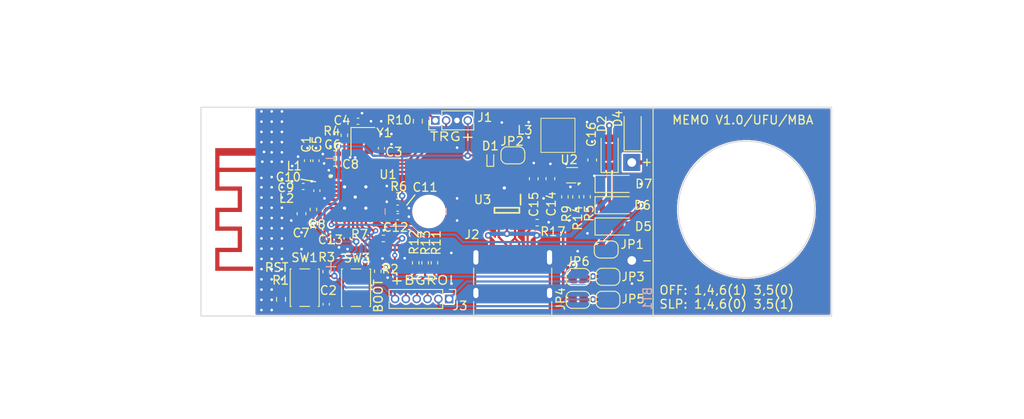
<source format=kicad_pcb>
(kicad_pcb (version 20240108) (generator "pcbnew") (generator_version "8.0")
  (layers (0 "F.Cu" signal) (1 "In1.Cu" signal) (2 "In2.Cu" signal) (31 "B.Cu" signal) (34 "B.Paste" user) (35 "F.Paste" user) (36 "B.SilkS" user "B.Silkscreen") (37 "F.SilkS" user "F.Silkscreen") (38 "B.Mask" user) (39 "F.Mask" user) (44 "Edge.Cuts" user))
  (net 0 "")
  (net 1 "GND")
  (net 2 "/RF_ANT")
  (net 3 "Net-(U1-XTAL_N)")
  (net 4 "/LNA_IN")
  (net 5 "/VDD3P3ESP")
  (net 6 "/VIN3_5")
  (net 7 "+3V3")
  (net 8 "+5V")
  (net 9 "/D+")
  (net 10 "/D-")
  (net 11 "/CC1")
  (net 14 "/USER_SW")
  (net 15 "Net-(J3-Pin_5)")
  (net 16 "Net-(J3-Pin_3)")
  (net 17 "Net-(J3-Pin_4)")
  (net 18 "Net-(D5-A)")
  (net 19 "Net-(R1-Pad1)")
  (net 20 "Net-(U1-XTAL_P)")
  (net 21 "/SPICSO")
  (net 22 "/GPIO8")
  (net 23 "/GPIO2")
  (net 24 "/U0RTXD")
  (net 25 "/LED_R")
  (net 26 "/LED_B")
  (net 27 "/LED_G")
  (net 28 "/GPIO9")
  (net 31 "/HOLD")
  (net 32 "/U0RXD")
  (net 36 "/USB_DN")
  (net 39 "/USB_DP")
  (net 40 "Net-(C4-Pad1)")
  (net 41 "Net-(J1-Pin_1)")
  (net 42 "Net-(BT1-+)")
  (net 43 "/{slash}RST")
  (net 44 "Net-(JP2-A)")
  (net 45 "/REG_EN")
  (net 46 "Net-(U2-SW)")
  (net 47 "Net-(U2-FB)")
  (net 49 "/SWO")
  (net 50 "/SWI")
  (footprint "Capacitor_SMD:C_0402_1005Metric" (layer "F.Cu") (at 122.58 83.35)
    (property "Reference" "C11")
    (property "Value" "1uF")
  )
  (footprint "Jumper:SolderJumper-2_P1.3mm_Bridged_RoundedPad1.0x1.5mm" (layer "F.Cu") (at 147.25 94.1)
    (property "Reference" "JP5")
    (property "Value" "SolderJumper_2_Bridged" (hide yes))
  )
  (footprint "Capacitor_SMD:C_0402_1005Metric" (layer "F.Cu") (at 114.2 94.62 90)
    (property "Reference" "C2")
    (property "Value" "1uF")
  )
  (footprint "Connector_PinHeader_1.27mm:PinHeader_1x06_P1.27mm_Vertical" (layer "F.Cu") (at 128.625 94 -90)
    (property "Reference" "J3")
    (property "Value" "Conn_01x06")
  )
  (footprint "Diode_SMD:D_SOD-123" (layer "F.Cu") (at 150.15 74.25 90)
    (property "Reference" "D4")
    (property "Value" "D")
  )
  (footprint "Resistor_SMD:R_0402_1005Metric" (layer "F.Cu") (at 120.25 90.75 -90)
    (property "Reference" "R2")
    (property "Value" "10K")
  )
  (footprint "Capacitor_SMD:C_0603_1608Metric" (layer "F.Cu") (at 138.55 79.9 90)
    (property "Reference" "C15")
    (property "Value" "22uF")
  )
  (footprint "Resistor_SMD:R_0402_1005Metric" (layer "F.Cu") (at 116.33 74.8 -90)
    (property "Reference" "R4")
    (property "Value" "0R")
  )
  (footprint "RF_Antenna:Texas_SWRA117D_2.4GHz_Left" (layer "F.Cu") (at 106.325 78.85 90)
    (property "Reference" "ANT1" (hide yes))
    (property "Value" "PCB_ANT")
  )
  (footprint "Capacitor_SMD:C_0402_1005Metric" (layer "F.Cu") (at 113.1 81.3 90)
    (property "Reference" "C10")
    (property "Value" "100nF")
  )
  (footprint "SamacSys_Parts:SOT95P280X145-6N" (layer "F.Cu") (at 135.4 83.6 -90)
    (property "Reference" "U3")
    (property "Value" "USBLC6-2SC6" (hide yes))
  )
  (footprint "Resistor_SMD:R_0402_1005Metric" (layer "F.Cu") (at 125.8 89.76 90)
    (property "Reference" "R13")
    (property "Value" "560R")
  )
  (footprint "Diode_SMD:D_SOD-123" (layer "F.Cu") (at 147.45 76.8 90)
    (property "Reference" "D2")
    (property "Value" "D")
  )
  (footprint "SamacSys_Parts:QFN50P500X500X90-33N-D" (layer "F.Cu") (at 117.6 82.1)
    (property "Reference" "U1")
    (property "Value" "ESP32-C3FH4" (hide yes))
  )
  (footprint "Crystal:Crystal_SMD_2520-4Pin_2.5x2.0mm" (layer "F.Cu") (at 118.503744 75.536307 -90)
    (property "Reference" "Y1")
    (property "Value" "ECS-400-10-36B2-CKM-TR")
  )
  (footprint "Diode_SMD:D_SOD-123" (layer "F.Cu") (at 148.1 80.5)
    (property "Reference" "D7")
    (property "Value" "D")
  )
  (footprint "Jumper:SolderJumper-2_P1.3mm_Bridged_RoundedPad1.0x1.5mm" (layer "F.Cu") (at 147.25 91.4)
    (property "Reference" "JP3")
    (property "Value" "SolderJumper_2_Bridged" (hide yes))
  )
  (footprint "Capacitor_SMD:C_0402_1005Metric" (layer "F.Cu") (at 117.93 73.15)
    (property "Reference" "C4")
    (property "Value" "10pF")
  )
  (footprint "Package_TO_SOT_SMD:SOT-563" (layer "F.Cu") (at 143.05 79.485 180)
    (property "Reference" "U2")
    (property "Value" "~")
  )
  (footprint "Connector_PinHeader_1.27mm:PinHeader_1x04_P1.27mm_Vertical" (layer "F.Cu") (at 127 73.05 90)
    (property "Reference" "J1")
    (property "Value" "Conn_01x04")
  )
  (footprint "Capacitor_SMD:C_0402_1005Metric" (layer "F.Cu") (at 111.5 80.8)
    (property "Reference" "C9")
    (property "Value" "100nF")
  )
  (footprint "Jumper:SolderJumper-2_P1.3mm_Open_RoundedPad1.0x1.5mm" (layer "F.Cu") (at 143.75 91.425)
    (property "Reference" "JP6")
    (property "Value" "SolderJumper_2_Open" (hide yes))
  )
  (footprint "SamacSys_Parts:XEL4030101MED" (layer "F.Cu") (at 141.385 74.8 180)
    (property "Reference" "L3")
    (property "Value" "L_Ferrite" (hide yes))
  )
  (footprint "Button_Switch_SMD:SW_SPST_PTS810" (layer "F.Cu") (at 111.675 92.675 90)
    (property "Reference" "SW1")
    (property "Value" "SW_Push")
  )
  (footprint "Capacitor_SMD:C_0603_1608Metric" (layer "F.Cu") (at 140.5 79.885 90)
    (property "Reference" "C14")
    (property "Value" "22uF")
  )
  (footprint "Capacitor_SMD:C_0402_1005Metric" (layer "F.Cu") (at 116.65 86.9 -90)
    (property "Reference" "C13")
    (property "Value" "100nF")
  )
  (footprint "Inductor_SMD:L_0402_1005Metric" (layer "F.Cu") (at 111.5 81.9)
    (property "Reference" "L2")
    (property "Value" "2nH")
  )
  (footprint "Resistor_SMD:R_0402_1005Metric" (layer "F.Cu") (at 112.7 83.49 -90)
    (property "Reference" "R8")
    (property "Value" "10K")
  )
  (footprint "Diode_SMD:D_SOD-923" (layer "F.Cu") (at 133.45 77.5775 90)
    (property "Reference" "D1")
    (property "Value" "ESD")
  )
  (footprint "Button_Switch_SMD:SW_SPST_PTS810" (layer "F.Cu") (at 117.7 92.675 -90)
    (property "Reference" "SW3")
    (property "Value" "SW_Push")
  )
  (footprint "Capacitor_SMD:C_0402_1005Metric" (layer "F.Cu") (at 122.6 84.35)
    (property "Reference" "C12")
    (property "Value" "100nF")
  )
  (footprint "Capacitor_SMD:C_0603_1608Metric" (layer "F.Cu") (at 145.4 77.7 90)
    (property "Reference" "C16")
    (property "Value" "22uF")
  )
  (footprint "Capacitor_SMD:C_0402_1005Metric" (layer "F.Cu") (at 115.18 76.96 180)
    (property "Reference" "C6")
    (property "Value" "1uF")
  )
  (footprint "Resistor_SMD:R_0402_1005Metric" (layer "F.Cu") (at 120.9 86.9)
    (property "Reference" "R7")
    (property "Value" "10K")
  )
  (footprint "Inductor_SMD:L_0402_1005Metric" (layer "F.Cu") (at 112.5 79.28)
    (property "Reference" "L1")
    (property "Value" "TBD")
  )
  (footprint "Diode_SMD:D_SOD-123" (layer "F.Cu") (at 148.1 85.5)
    (property "Reference" "D5")
    (property "Value" "D")
  )
  (footprint "Diode_SMD:D_SOD-123" (layer "F.Cu") (at 148.1 83)
    (property "Reference" "D6")
    (property "Value" "D")
  )
  (footprint "Resistor_SMD:R_0402_1005Metric" (layer "F.Cu") (at 114.2 90.8 90)
    (property "Reference" "R3")
    (property "Value" "10K")
  )
  (footprint "Capacitor_SMD:C_0402_1005Metric" (layer "F.Cu") (at 115.17 78.06 180)
    (property "Reference" "C8")
    (property "Value" "10nF")
  )
  (footprint "Resistor_SMD:R_0402_1005Metric" (layer "F.Cu") (at 126.9 89.76 90)
    (property "Reference" "R11")
    (property "Value" "560R")
  )
  (footprint "Resistor_SMD:R_0402_1005Metric" (layer "F.Cu") (at 122.6 81.9)
    (property "Reference" "R6")
    (property "Value" "10K")
  )
  (footprint "Resistor_SMD:R_0402_1005Metric" (layer "F.Cu") (at 138.95 85.05)
    (property "Reference" "R17")
    (property "Value" "5K1")
  )
  (footprint "Resistor_SMD:R_0402_1005Metric" (layer "F.Cu") (at 143.5 82.02 -90)
    (property "Reference" "R14")
    (property "Value" "33K")
  )
  (footprint "Capacitor_SMD:C_0402_1005Metric" (layer "F.Cu") (at 113 77.78 90)
    (property "Reference" "C5")
    (property "Value" "TBD")
  )
  (footprint "Resistor_SMD:R_0402_1005Metric" (layer "F.Cu") (at 124.7 89.76 90)
    (property "Reference" "R12")
    (property "Value" "560R")
  )
  (footprint "Connector_USB:USB_C_Receptacle_XKB_U262-16XN-4BVC11" (layer "F.Cu") (at 136.08 92.225)
    (property "Reference" "J2")
    (property "Value" "USB-C")
  )
  (footprint "Jumper:SolderJumper-2_P1.3mm_Bridged_RoundedPad1.0x1.5mm" (layer "F.Cu") (at 136.1 77.15 180)
    (property "Reference" "JP2")
    (property "Value" "SolderJumper_2_Bridged")
  )
  (footprint "Resistor_SMD:R_0603_1608Metric" (layer "F.Cu") (at 124.95 73.15 90)
    (property "Reference" "R10")
    (property "Value" "499R")
  )
  (footprint "Jumper:SolderJumper-2_P1.3mm_Open_RoundedPad1.0x1.5mm" (layer "F.Cu") (at 143.75 94.1)
    (property "Reference" "JP4")
    (property "Value" "SolderJumper_2_Open" (hide yes))
  )
  (footprint "Resistor_SMD:R_0402_1005Metric" (layer "F.Cu") (at 144.8 82.01 -90)
    (property "Reference" "R5")
    (property "Value" "1M")
  )
  (footprint "Capacitor_SMD:C_0603_1608Metric" (layer "F.Cu") (at 111.3 84 -90)
    (property "Reference" "C7")
    (property "Value" "10uF")
  )
  (footprint "Capacitor_SMD:C_0402_1005Metric" (layer "F.Cu") (at 120.68 76.32 -90)
    (property "Reference" "C3")
    (property "Value" "10pF")
  )
  (footprint "Resistor_SMD:R_0402_1005Metric" (layer "F.Cu") (at 142.2 82.02 90)
    (property "Reference" "R9")
    (property "Value" "150K")
  )
  (footprint "Jumper:SolderJumper-2_P1.3mm_Open_RoundedPad1.0x1.5mm" (layer "F.Cu") (at 147.05 88.2)
    (property "Reference" "JP1")
    (property "Value" "SolderJumper_2_Open" (hide yes))
  )
  (footprint "Resistor_SMD:R_0603_1608Metric" (layer "F.Cu") (at 108.9 94.05 90)
    (property "Reference" "R1")
    (property "Value" "1K")
  )
  (footprint "Capacitor_SMD:C_0402_1005Metric" (layer "F.Cu") (at 112 77.78 90)
    (property "Reference" "C1")
    (property "Value" "TBD")
  )
  (footprint "Rastreador_Library_pcb:BatteryHolder_2xAAA" (layer "B.Cu") (at 152.55 95.985 180)
    (property "Reference" "BT1")
    (property "Value" "Battery")
  )
  (gr_line (start 152.55 71.5) (end 152.55 96) (stroke (width 0.11684)) (layer "F.SilkS"))
  (gr_line (start 123.65 83) (end 124.6 81.8) (stroke (width 0.15)) (layer "F.SilkS"))
  (gr_line (start 111.25 79.95) (end 112.95 80.25) (stroke (width 0.15)) (layer "F.SilkS"))
  (gr_circle (center 163.5 83.5) (end 171.5 83.5) (stroke (width 0.1)) (fill none) (layer "Edge.Cuts"))
  (gr_rect (start 99.5 71.5) (end 173.5 96) (stroke (width 0.1)) (fill none) (layer "Edge.Cuts"))
  (gr_text "+BGROI" (at 121.6 92.4 0) (layer "F.SilkS") (effects (font (size 1.016 1.2954) (thickness 0.1524)) (justify left bottom)))
  (gr_text "TRG+" (at 126.25 75.55 0) (layer "F.SilkS") (effects (font (size 1.016 1.3208) (thickness 0.1524)) (justify left bottom)))
  (gr_text "OFF: 1,4,6(1) 3,5(0)\nSLP: 1,4,6(0) 3,5(1)" (at 153.2 95.2 0) (layer "F.SilkS") (effects (font (size 1.016 1.016) (thickness 0.1524)) (justify left bottom)))
  (gr_text "MEMO V1.0/UFU/MBA" (at 154.7 73.6 0) (layer "F.SilkS") (effects (font (size 1.016 1.016) (thickness 0.1524)) (justify left bottom)))
  (gr_text "+" (at 151.1 78.5 0) (layer "F.SilkS") (effects (font (size 1.016 1.016) (thickness 0.1524)) (justify left bottom)))
  (gr_text "RST" (at 106.9 90.9 0) (layer "F.SilkS") (effects (font (size 1.016 1.016) (thickness 0.1524)) (justify left bottom)))
  (gr_text "-" (at 151.1 90.05 0) (layer "F.SilkS") (effects (font (size 1.016 1.016) (thickness 0.1524)) (justify left bottom)))
  (gr_text "BOOT" (at 120.9 95.7 90) (layer "F.SilkS") (effects (font (size 1.016 1.016) (thickness 0.1524)) (justify left bottom)))
  (segment (start 116.1 94.225) (end 116.625 94.75) (width 0.254) (layer "F.Cu") (net 1))
  (segment (start 116.1 91.125) (end 116.1 94.225) (width 0.254) (layer "F.Cu") (net 1))
  (segment (start 135.1 80.975) (end 135.4 81.275) (width 0.3048) (layer "F.Cu") (net 1))
  (segment (start 132.325 88.555) (end 131.76 89.12) (width 0.3048) (layer "F.Cu") (net 1))
  (segment (start 135.4 81.275) (end 135.4 82.35) (width 0.3048) (layer "F.Cu") (net 1))
  (segment (start 139.43 88.555) (end 139.835 88.555) (width 0.3048) (layer "F.Cu") (net 1))
  (segment (start 116.625 90.6) (end 116.1 91.125) (width 0.254) (layer "F.Cu") (net 1))
  (segment (start 139.835 88.555) (end 140.4 89.12) (width 0.3048) (layer "F.Cu") (net 1))
  (segment (start 133.03 88.555) (end 132.325 88.555) (width 0.3048) (layer "F.Cu") (net 1))
  (segment (start 106.325 76.75) (end 106.95 76.75) (width 0.508) (layer "F.Cu") (net 1))
  (via (at 151.1 80.5) (size 0.6096) (drill 0.3048) (layers "F.Cu" "B.Cu") (net 1))
  (via (at 111.3 86.2) (size 0.6096) (drill 0.3048) (layers "F.Cu" "B.Cu") (net 1))
  (via (at 109 84.5) (size 0.6096) (drill 0.3048) (layers "F.Cu" "B.Cu") (net 1))
  (via (at 107.8 92.9) (size 0.6096) (drill 0.3048) (layers "F.Cu" "B.Cu") (net 1))
  (via (at 109 86.9) (size 0.6096) (drill 0.3048) (layers "F.Cu" "B.Cu") (net 1))
  (via (at 107.8 83.3) (size 0.6096) (drill 0.3048) (layers "F.Cu" "B.Cu") (net 1))
  (via (at 107.8 84.5) (size 0.6096) (drill 0.3048) (layers "F.Cu" "B.Cu") (net 1))
  (via (at 110.2 78.4) (size 0.6096) (drill 0.3048) (layers "F.Cu" "B.Cu") (net 1))
  (via (at 106.6 83.3) (size 0.6096) (drill 0.3048) (layers "F.Cu" "B.Cu") (net 1))
  (via (at 123.9 84.35) (size 0.6096) (drill 0.3048) (layers "F.Cu" "B.Cu") (net 1))
  (via (at 121.85 75.85) (size 0.6096) (drill 0.3048) (layers "F.Cu" "B.Cu") (net 1))
  (via (at 145.65 79.55) (size 0.6096) (drill 0.3048) (layers "F.Cu" "B.Cu") (net 1))
  (via (at 109 79.9) (size 0.6096) (drill 0.3048) (layers "F.Cu" "B.Cu") (net 1))
  (via (at 120.65 73.15) (size 0.6096) (drill 0.3048) (layers "F.Cu" "B.Cu") (net 1))
  (via (at 118.85 83.35) (size 0.762) (drill 0.381) (layers "F.Cu" "B.Cu") (net 1))
  (via (at 107.8 82.1) (size 0.6096) (drill 0.3048) (layers "F.Cu" "B.Cu") (net 1))
  (via (at 106.7 77.9) (size 0.6096) (drill 0.3048) (layers "F.Cu" "B.Cu") (net 1))
  (via (at 109 91.7) (size 0.6096) (drill 0.3048) (layers "F.Cu" "B.Cu") (net 1))
  (via (at 109 83.3) (size 0.6096) (drill 0.3048) (layers "F.Cu" "B.Cu") (net 1))
  (via (at 106.6 75.6) (size 0.6096) (drill 0.3048) (layers "F.Cu" "B.Cu") (net 1))
  (via (at 110.2 80.2) (size 0.6096) (drill 0.3048) (layers "F.Cu" "B.Cu") (net 1))
  (via (at 106.6 91.7) (size 0.6096) (drill 0.3048) (layers "F.Cu" "B.Cu") (net 1))
  (via (at 106.6 89.3) (size 0.6096) (drill 0.3048) (layers "F.Cu" "B.Cu") (net 1))
  (via (at 117.6 77.4) (size 0.6096) (drill 0.3048) (layers "F.Cu" "B.Cu") (net 1))
  (via (at 144.85 86.3) (size 0.6096) (drill 0.3048) (layers "F.Cu" "B.Cu") (net 1))
  (via (at 117 77.4) (size 0.6096) (drill 0.3048) (layers "F.Cu" "B.Cu") (net 1))
  (via (at 138.55 78.05) (size 0.6096) (drill 0.3048) (layers "F.Cu" "B.Cu") (net 1))
  (via (at 137.95 73.25) (size 0.6096) (drill 0.3048) (layers "F.Cu" "B.Cu") (net 1))
  (via (at 107.8 79.7) (size 0.6096) (drill 0.3048) (layers "F.Cu" "B.Cu") (net 1))
  (via (at 116.35 83.35) (size 0.762) (drill 0.381) (layers "F.Cu" "B.Cu") (net 1))
  (via (at 109 75.6) (size 0.6096) (drill 0.3048) (layers "F.Cu" "B.Cu") (net 1))
  (via (at 106.6 84.5) (size 0.6096) (drill 0.3048) (layers "F.Cu" "B.Cu") (net 1))
  (via (at 107.8 88.1) (size 0.6096) (drill 0.3048) (layers "F.Cu" "B.Cu") (net 1))
  (via (at 137.95 75.05) (size 0.6096) (drill 0.3048) (layers "F.Cu" "B.Cu") (net 1))
  (via (at 109 74.4) (size 0.6096) (drill 0.3048) (layers "F.Cu" "B.Cu") (net 1))
  (via (at 118.4 72.2) (size 0.6096) (drill 0.3048) (layers "F.Cu" "B.Cu") (net 1))
  (via (at 115.15 74.65) (size 0.6096) (drill 0.3048) (layers "F.Cu" "B.Cu") (net 1))
  (via (at 123.9 83.35) (size 0.6096) (drill 0.3048) (layers "F.Cu" "B.Cu") (net 1))
  (via (at 144.8 73.25) (size 0.6096) (drill 0.3048) (layers "F.Cu" "B.Cu") (net 1))
  (via (at 116.3 73.15) (size 0.6096) (drill 0.3048) (layers "F.Cu" "B.Cu") (net 1))
  (via (at 106.6 92.9) (size 0.6096) (drill 0.3048) (layers "F.Cu" "B.Cu") (net 1))
  (via (at 142.7 84.8) (size 0.6096) (drill 0.3048) (layers "F.Cu" "B.Cu") (net 1))
  (via (at 143.5 83.45) (size 0.6096) (drill 0.3048) (layers "F.Cu" "B.Cu") (net 1))
  (via (at 106.9 76.75) (size 0.6096) (drill 0.3048) (layers "F.Cu" "B.Cu") (net 1))
  (via (at 142.85 80.85) (size 0.6096) (drill 0.3048) (layers "F.Cu" "B.Cu") (net 1))
  (via (at 106.6 72) (size 0.6096) (drill 0.3048) (layers "F.Cu" "B.Cu") (net 1))
  (via (at 134.8 73.3) (size 0.6096) (drill 0.3048) (layers "F.Cu" "B.Cu") (net 1))
  (via (at 121.3 82.6) (size 0.6096) (drill 0.3048) (layers "F.Cu" "B.Cu") (net 1))
  (via (at 109 90.5) (size 0.6096) (drill 0.3048) (layers "F.Cu" "B.Cu") (net 1))
  (via (at 129.55 76.25) (size 0.6096) (drill 0.3048) (layers "F.Cu" "B.Cu") (net 1))
  (via (at 144.8 83.45) (size 0.6096) (drill 0.3048) (layers "F.Cu" "B.Cu") (net 1))
  (via (at 123.4 89.225) (size 0.6096) (drill 0.3048) (layers "F.Cu" "B.Cu") (net 1))
  (via (at 107.8 91.7) (size 0.6096) (drill 0.3048) (layers "F.Cu" "B.Cu") (net 1))
  (via (at 107.8 80.9) (size 0.6096) (drill 0.3048) (layers "F.Cu" "B.Cu") (net 1))
  (via (at 107.8 86.9) (size 0.6096) (drill 0.3048) (layers "F.Cu" "B.Cu") (net 1))
  (via (at 106.6 86.9) (size 0.6096) (drill 0.3048) (layers "F.Cu" "B.Cu") (net 1))
  (via (at 116.7 88.15) (size 0.6096) (drill 0.3048) (layers "F.Cu" "B.Cu") (net 1))
  (via (at 106.6 73.2) (size 0.6096) (drill 0.3048) (layers "F.Cu" "B.Cu") (net 1))
  (via (at 107.8 72) (size 0.6096) (drill 0.3048) (layers "F.Cu" "B.Cu") (net 1))
  (via (at 112 76.3) (size 0.6096) (drill 0.3048) (layers "F.Cu" "B.Cu") (net 1))
  (via (at 119.45 73.15) (size 0.6096) (drill 0.3048) (layers "F.Cu" "B.Cu") (net 1))
  (via (at 145.4 75.55) (size 0.6096) (drill 0.3048) (layers "F.Cu" "B.Cu") (net 1))
  (via (at 106.6 74.4) (size 0.6096) (drill 0.3048) (layers "F.Cu" "B.Cu") (net 1))
  (via (at 106.6 90.5) (size 0.6096) (drill 0.3048) (layers "F.Cu" "B.Cu") (net 1))
  (via (at 129.55 84.8) (size 0.6096) (drill 0.3048) (layers "F.Cu" "B.Cu") (net 1))
  (via (at 107.8 95.3) (size 0.6096) (drill 0.3048) (layers "F.Cu" "B.Cu") (net 1))
  (via (at 107.8 77.9) (size 0.6096) (drill 0.3048) (layers "F.Cu" "B.Cu") (net 1))
  (via (at 109 82.1) (size 0.6096) (drill 0.3048) (layers "F.Cu" "B.Cu") (net 1))
  (via (at 109 89.3) (size 0.6096) (drill 0.3048) (layers "F.Cu" "B.Cu") (net 1))
  (via (at 112.5 80.2) (size 0.6096) (drill 0.3048) (layers "F.Cu" "B.Cu") (net 1))
  (via (at 135.1 80.975) (size 0.762) (drill 0.381) (layers "F.Cu" "B.Cu") (net 1))
  (via (at 109 76.8) (size 0.6096) (drill 0.3048) (layers "F.Cu" "B.Cu") (net 1))
  (via (at 121.4 91.5) (size 0.6096) (drill 0.3048) (layers "F.Cu" "B.Cu") (net 1))
  (via (at 114.65 86.15) (size 0.6096) (drill 0.3048) (layers "F.Cu" "B.Cu") (net 1))
  (via (at 143.7 88.4) (size 0.6096) (drill 0.3048) (layers "F.Cu" "B.Cu") (net 1))
  (via (at 114.85 79.55) (size 0.6096) (drill 0.3048) (layers "F.Cu" "B.Cu") (net 1))
  (via (at 121.85 74.65) (size 0.6096) (drill 0.3048) (layers "F.Cu" "B.Cu") (net 1))
  (via (at 106.6 82.1) (size 0.6096) (drill 0.3048) (layers "F.Cu" "B.Cu") (net 1))
  (via (at 113.8 77) (size 0.6096) (drill 0.3048) (layers "F.Cu" "B.Cu") (net 1))
  (via (at 107.8 85.7) (size 0.6096) (drill 0.3048) (layers "F.Cu" "B.Cu") (net 1))
  (via (at 117.6 82.05) (size 0.762) (drill 0.381) (layers "F.Cu" "B.Cu") (net 1))
  (via (at 128.875 88.6) (size 0.6096) (drill 0.3048) (layers "F.Cu" "B.Cu") (net 1))
  (via (at 142.35 78.15) (size 0.6096) (drill 0.3048) (layers "F.Cu" "B.Cu") (net 1))
  (via (at 115.7 87.95) (size 0.6096) (drill 0.3048) (layers "F.Cu" "B.Cu") (net 1))
  (via (at 116.35 80.85) (size 0.762) (drill 0.381) (layers "F.Cu" "B.Cu") (net 1))
  (via (at 150.075 92.2) (size 0.6096) (drill 0.3048) (layers "F.Cu" "B.Cu") (net 1))
  (via (at 107.8 89.3) (size 0.6096) (drill 0.3048) (layers "F.Cu" "B.Cu") (net 1))
  (via (at 114 82.2) (size 0.6096) (drill 0.3048) (layers "F.Cu" "B.Cu") (net 1))
  (via (at 118.85 80.85) (size 0.762) (drill 0.381) (layers "F.Cu" "B.Cu") (net 1))
  (via (at 109 72) (size 0.6096) (drill 0.3048) (layers "F.Cu" "B.Cu") (net 1))
  (via (at 110.9 77.3) (size 0.6096) (drill 0.3048) (layers "F.Cu" "B.Cu") (net 1))
  (via (at 121.3 80.75) (size 0.6096) (drill 0.3048) (layers "F.Cu" "B.Cu") (net 1))
  (via (at 139.7 82.2) (size 0.6096) (drill 0.3048) (layers "F.Cu" "B.Cu") (net 1))
  (via (at 120.95 85.95) (size 0.6096) (drill 0.3048) (layers "F.Cu" "B.Cu") (net 1))
  (via (at 106.6 95.3) (size 0.6096) (drill 0.3048) (layers "F.Cu" "B.Cu") (net 1))
  (via (at 107.8 94.1) (size 0.6096) (drill 0.3048) (layers "F.Cu" "B.Cu") (net 1))
  (via (at 109 80.9) (size 0.6096) (drill 0.3048) (layers "F.Cu" "B.Cu") (net 1))
  (via (at 113.95 78.1) (size 0.6096) (drill 0.3048) (layers "F.Cu" "B.Cu") (net 1))
  (via (at 120.8 89.25) (size 0.6096) (drill 0.3048) (layers "F.Cu" "B.Cu") (net 1))
  (via (at 109 77.9) (size 0.6096) (drill 0.3048) (layers "F.Cu" "B.Cu") (net 1))
  (via (at 120.65 74.65) (size 0.6096) (drill 0.3048) (layers "F.Cu" "B.Cu") (net 1))
  (via (at 107.8 74.4) (size 0.6096) (drill 0.3048) (layers "F.Cu" "B.Cu") (net 1))
  (via (at 109 88.1) (size 0.6096) (drill 0.3048) (layers "F.Cu" "B.Cu") (net 1))
  (via (at 109 73.2) (size 0.6096) (drill 0.3048) (layers "F.Cu" "B.Cu") (net 1))
  (via (at 107.8 90.5) (size 0.6096) (drill 0.3048) (layers "F.Cu" "B.Cu") (net 1))
  (via (at 140.5 78.15) (size 0.6096) (drill 0.3048) (layers "F.Cu" "B.Cu") (net 1))
  (via (at 106.6 85.7) (size 0.6096) (drill 0.3048) (layers "F.Cu" "B.Cu") (net 1))
  (via (at 111.3 88.15) (size 0.6096) (drill 0.3048) (layers "F.Cu" "B.Cu") (net 1))
  (via (at 106.6 79.8) (size 0.6096) (drill 0.3048) (layers "F.Cu" "B.Cu") (net 1))
  (via (at 107.8 76.8) (size 0.6096) (drill 0.3048) (layers "F.Cu" "B.Cu") (net 1))
  (via (at 140.3 85) (size 0.6096) (drill 0.3048) (layers "F.Cu" "B.Cu") (net 1))
  (via (at 114.5 78.9) (size 0.6096) (drill 0.3048) (layers "F.Cu" "B.Cu") (net 1))
  (via (at 106.6 88.1) (size 0.6096) (drill 0.3048) (layers "F.Cu" "B.Cu") (net 1))
  (via (at 113 76.3) (size 0.6096) (drill 0.3048) (layers "F.Cu" "B.Cu") (net 1))
  (via (at 110.1 84.8) (size 0.6096) (drill 0.3048) (layers "F.Cu" "B.Cu") (net 1))
  (via (at 107.8 73.2) (size 0.6096) (drill 0.3048) (layers "F.Cu" "B.Cu") (net 1))
  (via (at 106.6 80.9) (size 0.6096) (drill 0.3048) (layers "F.Cu" "B.Cu") (net 1))
  (via (at 129.55 82.2) (size 0.6096) (drill 0.3048) (layers "F.Cu" "B.Cu") (net 1))
  (via (at 107.8 75.6) (size 0.6096) (drill 0.3048) (layers "F.Cu" "B.Cu") (net 1))
  (via (at 106.6 94.1) (size 0.6096) (drill 0.3048) (layers "F.Cu" "B.Cu") (net 1))
  (via (at 109 85.7) (size 0.6096) (drill 0.3048) (layers "F.Cu" "B.Cu") (net 1))
  (via (at 114.7 76.1) (size 0.6096) (drill 0.3048) (layers "F.Cu" "B.Cu") (net 1))
  (via (at 128.9 92.2) (size 0.6096) (drill 0.3048) (layers "F.Cu" "B.Cu") (net 1))
  (segment (start 106.325 78.85) (end 108.896447 78.85) (width 0.32512) (layer "F.Cu") (net 2))
  (segment (start 109.934558 79.28) (end 112.015 79.28) (width 0.32512) (layer "F.Cu") (net 2))
  (segment (start 111.995 79.3) (end 112.015 79.28) (width 0.32512) (layer "F.Cu") (net 2))
  (segment (start 112 79.265) (end 112 78.26) (width 0.32512) (layer "F.Cu") (net 2))
  (segment (start 112.015 79.28) (end 112 79.265) (width 0.32512) (layer "F.Cu") (net 2))
  (arc (start 108.896447 78.85) (mid 109.223087 78.914973) (end 109.5 79.1) (width 0.32512) (layer "F.Cu") (net 2))
  (arc (start 109.5 79.1) (mid 109.699377 79.233219) (end 109.934558 79.28) (width 0.32512) (layer "F.Cu") (net 2))
  (segment (start 119.203744 76.696256) (end 117.35 78.55) (width 0.254) (layer "F.Cu") (net 3))
  (segment (start 120.18 76.8) (end 119.791307 76.411307) (width 0.254) (layer "F.Cu") (net 3))
  (segment (start 119.791307 76.411307) (end 119.203744 76.411307) (width 0.254) (layer "F.Cu") (net 3))
  (segment (start 120.68 76.8) (end 120.18 76.8) (width 0.254) (layer "F.Cu") (net 3))
  (segment (start 117.35 78.55) (end 117.35 79.6) (width 0.254) (layer "F.Cu") (net 3))
  (segment (start 119.203744 76.411307) (end 119.203744 76.696256) (width 0.254) (layer "F.Cu") (net 3))
  (segment (start 112.985 78.275) (end 113 78.26) (width 0.32512) (layer "F.Cu") (net 4))
  (segment (start 114.45 80.35) (end 115.1 80.35) (width 0.32512) (layer "F.Cu") (net 4))
  (segment (start 112.985 79.28) (end 112.985 78.275) (width 0.32512) (layer "F.Cu") (net 4))
  (segment (start 112.985 79.28) (end 113.38 79.28) (width 0.32512) (layer "F.Cu") (net 4))
  (arc (start 113.9 79.8) (mid 114.061091 80.188909) (end 114.45 80.35) (width 0.32512) (layer "F.Cu") (net 4))
  (arc (start 113.38 79.28) (mid 113.747696 79.432304) (end 113.9 79.8) (width 0.32512) (layer "F.Cu") (net 4))
  (segment (start 113.1 81.78) (end 112.105 81.78) (width 0.254) (layer "F.Cu") (net 5))
  (segment (start 113.7 81.6) (end 113.52 81.78) (width 0.254) (layer "F.Cu") (net 5))
  (segment (start 112.105 81.78) (end 111.985 81.9) (width 0.254) (layer "F.Cu") (net 5))
  (segment (start 115.1 80.85) (end 114.55 80.85) (width 0.254) (layer "F.Cu") (net 5))
  (segment (start 114.55 80.85) (end 114.35 81.05) (width 0.254) (layer "F.Cu") (net 5))
  (segment (start 113.52 81.78) (end 113.1 81.78) (width 0.254) (layer "F.Cu") (net 5))
  (segment (start 114.35 81.35) (end 114.1 81.6) (width 0.254) (layer "F.Cu") (net 5))
  (segment (start 114.1 81.6) (end 113.7 81.6) (width 0.254) (layer "F.Cu") (net 5))
  (segment (start 114.35 81.05) (end 114.35 81.35) (width 0.254) (layer "F.Cu") (net 5))
  (segment (start 115.1 81.35) (end 114.35 81.35) (width 0.254) (layer "F.Cu") (net 5))
  (segment (start 147.45 86.15) (end 147.45 78.45) (width 0.3048) (layer "F.Cu") (net 6))
  (segment (start 143.8 75.3) (end 143.45 74.95) (width 0.3048) (layer "F.Cu") (net 6))
  (segment (start 147.55 90) (end 147.9 90.35) (width 0.381) (layer "F.Cu") (net 6))
  (segment (start 147.9 90.35) (end 147.9 91.4) (width 0.381) (layer "F.Cu") (net 6))
  (segment (start 146.4 88.2) (end 146.4 87.2) (width 0.3048) (layer "F.Cu") (net 6))
  (segment (start 142.72 74.95) (end 142.57 74.8) (width 0.3048) (layer "F.Cu") (net 6))
  (segment (start 143.45 74.95) (end 142.72 74.95) (width 0.3048) (layer "F.Cu") (net 6))
  (segment (start 148.45 76.8) (end 148.45 77.7) (width 0.381) (layer "F.Cu") (net 6))
  (segment (start 147.45 78.45) (end 145.425 78.45) (width 0.508) (layer "F.Cu") (net 6))
  (segment (start 148.45 77.7) (end 147.7 78.45) (width 0.381) (layer "F.Cu") (net 6))
  (segment (start 147.7 78.45) (end 147.45 78.45) (width 0.381) (layer "F.Cu") (net 6))
  (segment (start 150.15 75.9) (end 149.35 75.9) (width 0.381) (layer "F.Cu") (net 6))
  (segment (start 147.45 89.9) (end 147.55 90) (width 0.381) (layer "F.Cu") (net 6))
  (segment (start 143.8 78.985) (end 144.89 78.985) (width 0.3048) (layer "F.Cu") (net 6))
  (segment (start 147.425 78.475) (end 147.45 78.45) (width 0.508) (layer "F.Cu") (net 6))
  (segment (start 145.425 78.45) (end 145.4 78.475) (width 0.508) (layer "F.Cu") (net 6))
  (segment (start 146.4 89.3) (end 147 89.9) (width 0.381) (layer "F.Cu") (net 6))
  (segment (start 146.4 88.2) (end 146.4 89.3) (width 0.381) (layer "F.Cu") (net 6))
  (segment (start 144.89 78.985) (end 145.4 78.475) (width 0.3048) (layer "F.Cu") (net 6))
  (segment (start 146.4 87.2) (end 147.45 86.15) (width 0.3048) (layer "F.Cu") (net 6))
  (segment (start 143.8 78.985) (end 143.8 75.3) (width 0.3048) (layer "F.Cu") (net 6))
  (segment (start 147 89.9) (end 147.45 89.9) (width 0.381) (layer "F.Cu") (net 6))
  (segment (start 149.35 75.9) (end 148.45 76.8) (width 0.381) (layer "F.Cu") (net 6))
  (segment (start 115.66 76.96) (end 115.66 78.05) (width 0.254) (layer "F.Cu") (net 7))
  (segment (start 115.65 78.06) (end 115.65 78.4) (width 0.254) (layer "F.Cu") (net 7))
  (segment (start 135.4425 77.1575) (end 135.45 77.15) (width 0.3048) (layer "F.Cu") (net 7))
  (segment (start 121.2 83.35) (end 121.2 83.6) (width 0.254) (layer "F.Cu") (net 7))
  (segment (start 122.25 88.875) (end 122.25 93.975) (width 0.254) (layer "F.Cu") (net 7))
  (segment (start 116.85 84.6) (end 116.85 85.55) (width 0.254) (layer "F.Cu") (net 7))
  (segment (start 120.1 83.35) (end 121.2 83.35) (width 0.254) (layer "F.Cu") (net 7))
  (segment (start 115.825 78.575) (end 116.1 78.85) (width 0.254) (layer "F.Cu") (net 7))
  (segment (start 115.85 78.6) (end 115.825 78.575) (width 0.254) (layer "F.Cu") (net 7))
  (segment (start 115.15 91.3) (end 114.21 91.3) (width 0.254) (layer "F.Cu") (net 7))
  (segment (start 135.45 77.15) (end 135.45 79.25) (width 0.3048) (layer "F.Cu") (net 7))
  (segment (start 114.21 91.3) (end 114.2 91.31) (width 0.254) (layer "F.Cu") (net 7))
  (segment (start 123.11 81.9) (end 123.11 82.39) (width 0.254) (layer "F.Cu") (net 7))
  (segment (start 112.7 85.1) (end 112.7 84) (width 0.254) (layer "F.Cu") (net 7))
  (segment (start 122.12 83.37) (end 122.1 83.35) (width 0.254) (layer "F.Cu") (net 7))
  (segment (start 122.85 82.65) (end 122.3 82.65) (width 0.254) (layer "F.Cu") (net 7))
  (segment (start 122.1 82.85) (end 122.1 83.35) (width 0.254) (layer "F.Cu") (net 7))
  (segment (start 121.41 86.9) (end 123.1 86.9) (width 0.254) (layer "F.Cu") (net 7))
  (segment (start 115.85 79.6) (end 115.85 78.6) (width 0.254) (layer "F.Cu") (net 7))
  (segment (start 133.45 77.1575) (end 130.8425 77.1575) (width 0.254) (layer "F.Cu") (net 7))
  (segment (start 116.65 85.75) (end 116.65 86.42) (width 0.254) (layer "F.Cu") (net 7))
  (segment (start 122.1 83.35) (end 121.2 83.35) (width 0.254) (layer "F.Cu") (net 7))
  (segment (start 142 93) (end 143.1 94.1) (width 0.3048) (layer "F.Cu") (net 7))
  (segment (start 111.975 83.9) (end 112.6 83.9) (width 0.254) (layer "F.Cu") (net 7))
  (segment (start 111.3 83.225) (end 111.3 82.785) (width 0.254) (layer "F.Cu") (net 7))
  (segment (start 130.8425 77.1575) (end 130.8 77.2) (width 0.254) (layer "F.Cu") (net 7))
  (segment (start 116.85 85.55) (end 116.65 85.75) (width 0.254) (layer "F.Cu") (net 7))
  (segment (start 115.65 76.1) (end 115.65 76.95) (width 0.254) (layer "F.Cu") (net 7))
  (segment (start 111.3 83.225) (end 111.975 83.9) (width 0.254) (layer "F.Cu") (net 7))
  (segment (start 120.95 83.85) (end 120.1 83.85) (width 0.254) (layer "F.Cu") (net 7))
  (segment (start 111.02 80.8) (end 111.02 81.895) (width 0.254) (layer "F.Cu") (net 7))
  (segment (start 115.65 78.4) (end 115.825 78.575) (width 0.254) (layer "F.Cu") (net 7))
  (segment (start 116.873054 86.42) (end 117.726527 87.273473) (width 0.254) (layer "F.Cu") (net 7))
  (segment (start 123.11 82.39) (end 122.85 82.65) (width 0.254) (layer "F.Cu") (net 7))
  (segment (start 116.35 79.1) (end 116.1 78.85) (width 0.254) (layer "F.Cu") (net 7))
  (segment (start 111.02 81.895) (end 111.015 81.9) (width 0.254) (layer "F.Cu") (net 7))
  (segment (start 133.45 77.1575) (end 135.4425 77.1575) (width 0.3048) (layer "F.Cu") (net 7))
  (segment (start 116.35 79.6) (end 116.35 79.1) (width 0.254) (layer "F.Cu") (net 7))
  (segment (start 135.45 79.25) (end 142 85.8) (width 0.3048) (layer "F.Cu") (net 7))
  (segment (start 115.66 78.05) (end 115.65 78.06) (width 0.254) (layer "F.Cu") (net 7))
  (segment (start 112.6 83.9) (end 112.7 84) (width 0.254) (layer "F.Cu") (net 7))
  (segment (start 142 85.8) (end 142 93) (width 0.3048) (layer "F.Cu") (net 7))
  (segment (start 111.015 81.9) (end 111.015 82.5) (width 0.254) (layer "F.Cu") (net 7))
  (segment (start 122.12 84.35) (end 122.12 83.37) (width 0.254) (layer "F.Cu") (net 7))
  (segment (start 116.65 86.42) (end 116.873054 86.42) (width 0.254) (layer "F.Cu") (net 7))
  (segment (start 115.65 76.95) (end 115.66 76.96) (width 0.254) (layer "F.Cu") (net 7))
  (segment (start 111.3 82.785) (end 111.015 82.5) (width 0.254) (layer "F.Cu") (net 7))
  (segment (start 121.2 83.6) (end 120.95 83.85) (width 0.254) (layer "F.Cu") (net 7))
  (segment (start 122.25 93.975) (end 122.275 94) (width 0.254) (layer "F.Cu") (net 7))
  (segment (start 122.3 82.65) (end 122.1 82.85) (width 0.254) (layer "F.Cu") (net 7))
  (via (at 130.8 77.2) (size 0.762) (drill 0.381) (layers "F.Cu" "B.Cu") (net 7))
  (via (at 123.1 86.9) (size 0.762) (drill 0.381) (layers "F.Cu" "B.Cu") (net 7))
  (via (at 115.65 76.1) (size 0.6096) (drill 0.3048) (layers "F.Cu" "B.Cu") (net 7))
  (via (at 122.25 88.875) (size 0.6096) (drill 0.3048) (layers "F.Cu" "B.Cu") (net 7))
  (via (at 112.7 85.1) (size 0.762) (drill 0.381) (layers "F.Cu" "B.Cu") (net 7))
  (via (at 117.726527 87.273473) (size 0.762) (drill 0.381) (layers "F.Cu" "B.Cu") (net 7))
  (via (at 115.15 91.3) (size 0.762) (drill 0.381) (layers "F.Cu" "B.Cu") (net 7))
  (via (at 123.11 81.9) (size 0.762) (drill 0.381) (layers "F.Cu" "B.Cu") (net 7))
  (segment (start 116.55 92.65) (end 116.525 92.675) (width 0.254) (layer "B.Cu") (net 7))
  (segment (start 130.81 77.19) (end 130.81 73.05) (width 0.254) (layer "B.Cu") (net 7))
  (segment (start 123.11 81.9) (end 123.11 77.24) (width 0.254) (layer "B.Cu") (net 7))
  (segment (start 123.1 86.9) (end 123.1 87.05) (width 0.254) (layer "B.Cu") (net 7))
  (segment (start 126.5 77.2) (end 119.7 77.2) (width 0.254) (layer "B.Cu") (net 7))
  (segment (start 130.8 77.2) (end 130.81 77.19) (width 0.254) (layer "B.Cu") (net 7))
  (segment (start 117.05 88.95) (end 116.2 88.95) (width 0.254) (layer "B.Cu") (net 7))
  (segment (start 118.6 76.1) (end 119.7 77.2) (width 0.254) (layer "B.Cu") (net 7))
  (segment (start 117.726527 88.273473) (end 117.05 88.95) (width 0.254) (layer "B.Cu") (net 7))
  (segment (start 118.6 76.1) (end 115.65 76.1) (width 0.254) (layer "B.Cu") (net 7))
  (segment (start 130.8 77.2) (end 126.5 77.2) (width 0.254) (layer "B.Cu") (net 7))
  (segment (start 115.65 82.15) (end 112.7 85.1) (width 0.3048) (layer "B.Cu") (net 7))
  (segment (start 119.95 77.2) (end 119.85 77.2) (width 0.2032) (layer "B.Cu") (net 7))
  (segment (start 123.1 86.9) (end 122.25 87.75) (width 0.254) (layer "B.Cu") (net 7))
  (segment (start 116.2 88.95) (end 115.15 90) (width 0.254) (layer "B.Cu") (net 7))
  (segment (start 117.726527 87.273473) (end 117.726527 87.169131) (width 0.254) (layer "B.Cu") (net 7))
  (segment (start 122.25 87.75) (end 122.25 88.875) (width 0.254) (layer "B.Cu") (net 7))
  (segment (start 122.275 94) (end 120.925 92.65) (width 0.254) (layer "B.Cu") (net 7))
  (segment (start 120.925 92.65) (end 116.55 92.65) (width 0.254) (layer "B.Cu") (net 7))
  (segment (start 117.726527 87.273473) (end 117.726527 88.273473) (width 0.254) (layer "B.Cu") (net 7))
  (segment (start 116.525 92.675) (end 115.15 91.3) (width 0.254) (layer "B.Cu") (net 7))
  (segment (start 115.65 76.1) (end 115.65 82.15) (width 0.3048) (layer "B.Cu") (net 7))
  (segment (start 117.726527 87.273473) (end 114.873473 87.273473) (width 0.254) (layer "B.Cu") (net 7))
  (segment (start 123.1 87.05) (end 123.11 87.06) (width 0.254) (layer "B.Cu") (net 7))
  (segment (start 119.7 77.2) (end 119.95 77.2) (width 0.254) (layer "B.Cu") (net 7))
  (segment (start 114.873473 87.273473) (end 112.7 85.1) (width 0.254) (layer "B.Cu") (net 7))
  (segment (start 115.15 90) (end 115.15 91.3) (width 0.254) (layer "B.Cu") (net 7))
  (segment (start 123.11 77.24) (end 123.15 77.2) (width 0.254) (layer "B.Cu") (net 7))
  (segment (start 133.53 88.555) (end 133.53 86.88) (width 0.3048) (layer "F.Cu") (net 8))
  (segment (start 138.33 88.555) (end 138.33 87.12) (width 0.3048) (layer "F.Cu") (net 8))
  (segment (start 135.4 84.85) (end 135.4 86.35) (width 0.3048) (layer "F.Cu") (net 8))
  (segment (start 138.63 86.82) (end 138.63 88.555) (width 0.3048) (layer "F.Cu") (net 8))
  (segment (start 147.45 75.15) (end 147.45 73.7) (width 0.508) (layer "F.Cu") (net 8))
  (segment (start 133.53 86.88) (end 133.2 86.55) (width 0.3048) (layer "F.Cu") (net 8))
  (segment (start 138.33 87.12) (end 138.9 86.55) (width 0.3048) (layer "F.Cu") (net 8))
  (segment (start 133.83 87.18) (end 133.2 86.55) (width 0.3048) (layer "F.Cu") (net 8))
  (segment (start 133.83 88.555) (end 133.83 87.18) (width 0.3048) (layer "F.Cu") (net 8))
  (segment (start 138.9 86.55) (end 138.63 86.82) (width 0.3048) (layer "F.Cu") (net 8))
  (segment (start 147.45 73.7) (end 147.4 73.65) (width 0.508) (layer "F.Cu") (net 8))
  (via (at 135.4 86.35) (size 0.762) (drill 0.381) (layers "F.Cu" "B.Cu") (net 8))
  (via (at 138.9 86.55) (size 0.762) (drill 0.381) (layers "F.Cu" "B.Cu") (net 8))
  (via (at 147.4 73.65) (size 0.762) (drill 0.381) (layers "F.Cu" "B.Cu") (net 8))
  (via (at 133.2 86.55) (size 0.762) (drill 0.381) (layers "F.Cu" "B.Cu") (net 8))
  (segment (start 135.4 86.35) (end 133.4 86.35) (width 0.508) (layer "B.Cu") (net 8))
  (segment (start 147.4 73.65) (end 147.4 82.05) (width 0.508) (layer "B.Cu") (net 8))
  (segment (start 142.9 86.55) (end 138.9 86.55) (width 0.508) (layer "B.Cu") (net 8))
  (segment (start 138.7 86.35) (end 138.9 86.55) (width 0.508) (layer "B.Cu") (net 8))
  (segment (start 135.4 86.35) (end 138.7 86.35) (width 0.508) (layer "B.Cu") (net 8))
  (segment (start 147.4 82.05) (end 142.9 86.55) (width 0.508) (layer "B.Cu") (net 8))
  (segment (start 133.4 86.35) (end 133.2 86.55) (width 0.508) (layer "B.Cu") (net 8))
  (segment (start 135.83 87.37) (end 136.35 86.85) (width 0.254) (layer "F.Cu") (net 9))
  (segment (start 136.35 86.6) (end 136.35 86.9) (width 0.254) (layer "F.Cu") (net 9))
  (segment (start 136.35 86.9) (end 136.83 87.38) (width 0.254) (layer "F.Cu") (net 9))
  (segment (start 136.35 84.85) (end 136.35 86.6) (width 0.254) (layer "F.Cu") (net 9))
  (segment (start 136.83 87.38) (end 136.83 88.555) (width 0.254) (layer "F.Cu") (net 9))
  (segment (start 136.35 86.85) (end 136.35 86.6) (width 0.254) (layer "F.Cu") (net 9))
  (segment (start 135.83 88.555) (end 135.83 87.37) (width 0.254) (layer "F.Cu") (net 9))
  (segment (start 135.33 87.63) (end 135.33 88.555) (width 0.254) (layer "F.Cu") (net 10))
  (segment (start 134.45 86.75) (end 135.33 87.63) (width 0.254) (layer "F.Cu") (net 10))
  (segment (start 134.45 84.85) (end 134.45 86.75) (width 0.254) (layer "F.Cu") (net 10))
  (segment (start 136.33 88.555) (end 136.33 89.52) (width 0.254) (layer "F.Cu") (net 10))
  (segment (start 135.52 89.65) (end 135.33 89.46) (width 0.254) (layer "F.Cu") (net 10))
  (segment (start 135.33 89.46) (end 135.33 88.555) (width 0.254) (layer "F.Cu") (net 10))
  (segment (start 136.33 89.52) (end 136.2 89.65) (width 0.254) (layer "F.Cu") (net 10))
  (segment (start 136.2 89.65) (end 135.52 89.65) (width 0.254) (layer "F.Cu") (net 10))
  (segment (start 137.83 86.145) (end 138.44 85.535) (width 0.254) (layer "F.Cu") (net 11))
  (segment (start 134.83 89.78) (end 135.1572 90.1072) (width 0.254) (layer "F.Cu") (net 11))
  (segment (start 137.3928 90.1072) (end 137.83 89.67) (width 0.254) (layer "F.Cu") (net 11))
  (segment (start 137.83 88.555) (end 137.83 86.145) (width 0.254) (layer "F.Cu") (net 11))
  (segment (start 138.44 85.535) (end 138.44 85.05) (width 0.254) (layer "F.Cu") (net 11))
  (segment (start 134.83 88.555) (end 134.83 89.78) (width 0.254) (layer "F.Cu") (net 11))
  (segment (start 135.1572 90.1072) (end 137.3928 90.1072) (width 0.254) (layer "F.Cu") (net 11))
  (segment (start 137.83 89.67) (end 137.83 88.555) (width 0.254) (layer "F.Cu") (net 11))
  (segment (start 143.2 90) (end 143.1 90.1) (width 0.381) (layer "F.Cu") (net 14))
  (segment (start 121.19 90.24) (end 121.2 90.25) (width 0.254) (layer "F.Cu") (net 14))
  (segment (start 114.9 86.8) (end 114.9 88.475) (width 0.254) (layer "F.Cu") (net 14))
  (segment (start 120.25 90.24) (end 121.19 90.24) (width 0.254) (layer "F.Cu") (net 14))
  (segment (start 116.35 84.6) (end 116.35 85.35) (width 0.254) (layer "F.Cu") (net 14))
  (segment (start 116.35 85.35) (end 114.9 86.8) (width 0.254) (layer "F.Cu") (net 14))
  (segment (start 115.4 88.975) (end 119.425 88.975) (width 0.254) (layer "F.Cu") (net 14))
  (segment (start 120.25 89.8) (end 120.25 90.24) (width 0.254) (layer "F.Cu") (net 14))
  (segment (start 119.425 88.975) (end 120.25 89.8) (width 0.254) (layer "F.Cu") (net 14))
  (segment (start 143.1 90.1) (end 143.1 91.425) (width 0.381) (layer "F.Cu") (net 14))
  (segment (start 114.9 88.475) (end 115.4 88.975) (width 0.254) (layer "F.Cu") (net 14))
  (via (at 121.2 90.25) (size 0.6096) (drill 0.3048) (layers "F.Cu" "B.Cu") (net 14))
  (via (at 143.2 90) (size 0.6096) (drill 0.3048) (layers "F.Cu" "B.Cu") (net 14))
  (segment (start 123.05 91.375) (end 141.825 91.375) (width 0.254) (layer "B.Cu") (net 14))
  (segment (start 123.05 91.375) (end 123.325 91.375) (width 0.254) (layer "B.Cu") (net 14))
  (segment (start 141.825 91.375) (end 143.2 90) (width 0.254) (layer "B.Cu") (net 14))
  (segment (start 121.2 90.25) (end 122.325 91.375) (width 0.254) (layer "B.Cu") (net 14))
  (segment (start 123.05 91.375) (end 122.325 91.375) (width 0.254) (layer "B.Cu") (net 14))
  (segment (start 124.7 90.27) (end 124.7 91) (width 0.254) (layer "F.Cu") (net 15))
  (segment (start 124.7 91) (end 123.545 92.155) (width 0.254) (layer "F.Cu") (net 15))
  (segment (start 123.545 92.155) (end 123.545 94) (width 0.254) (layer "F.Cu") (net 15))
  (segment (start 126.9 91.6) (end 126.085 92.415) (width 0.254) (layer "F.Cu") (net 16))
  (segment (start 126.9 90.27) (end 126.9 91.6) (width 0.254) (layer "F.Cu") (net 16))
  (segment (start 126.085 92.415) (end 126.085 94) (width 0.254) (layer "F.Cu") (net 16))
  (segment (start 124.85 92.25) (end 124.85 93.965) (width 0.254) (layer "F.Cu") (net 17))
  (segment (start 125.8 91.3) (end 124.85 92.25) (width 0.254) (layer "F.Cu") (net 17))
  (segment (start 124.85 93.965) (end 124.815 94) (width 0.254) (layer "F.Cu") (net 17))
  (segment (start 125.8 90.27) (end 125.8 91.3) (width 0.254) (layer "F.Cu") (net 17))
  (segment (start 150.6 85.5) (end 151.625 86.525) (width 0.381) (layer "F.Cu") (net 18))
  (segment (start 149.75 85.5) (end 150.6 85.5) (width 0.381) (layer "F.Cu") (net 18))
  (segment (start 148.45 88.2) (end 149.75 86.9) (width 0.381) (layer "F.Cu") (net 18))
  (segment (start 151.625 93.425) (end 150.95 94.1) (width 0.254) (layer "F.Cu") (net 18))
  (segment (start 150.9 94.1) (end 147.9 94.1) (width 0.381) (layer "F.Cu") (net 18))
  (segment (start 147.7 88.2) (end 148.45 88.2) (width 0.381) (layer "F.Cu") (net 18))
  (segment (start 151.625 88.025) (end 151.625 93.425) (width 0.254) (layer "F.Cu") (net 18))
  (segment (start 151.625 86.525) (end 151.625 93.375) (width 0.381) (layer "F.Cu") (net 18))
  (segment (start 151.625 88.025) (end 151.625 87.725) (width 0.254) (layer "F.Cu") (net 18))
  (segment (start 151.625 86.525) (end 151.625 88.025) (width 0.254) (layer "F.Cu") (net 18))
  (segment (start 151.625 93.375) (end 150.9 94.1) (width 0.381) (layer "F.Cu") (net 18))
  (segment (start 149.75 85.5) (end 149.75 86.9) (width 0.381) (layer "F.Cu") (net 18))
  (segment (start 150.95 94.1) (end 150.9 94.1) (width 0.254) (layer "F.Cu") (net 18))
  (segment (start 110.6 90.6) (end 110.1 91.1) (width 0.254) (layer "F.Cu") (net 19))
  (segment (start 110.1 94.25) (end 110.6 94.75) (width 0.254) (layer "F.Cu") (net 19))
  (segment (start 108.9 94.875) (end 110.475 94.875) (width 0.508) (layer "F.Cu") (net 19))
  (segment (start 110.1 91.1) (end 110.1 94.25) (width 0.254) (layer "F.Cu") (net 19))
  (segment (start 110.475 94.875) (end 110.6 94.75) (width 0.508) (layer "F.Cu") (net 19))
  (segment (start 116.33 75.31) (end 116.33 77.98) (width 0.254) (layer "F.Cu") (net 20))
  (segment (start 116.85 78.5) (end 116.85 79.6) (width 0.254) (layer "F.Cu") (net 20))
  (segment (start 116.33 77.98) (end 116.85 78.5) (width 0.254) (layer "F.Cu") (net 20))
  (segment (start 120.1 81.85) (end 122.04 81.85) (width 0.254) (layer "F.Cu") (net 21))
  (segment (start 122.04 81.85) (end 122.09 81.9) (width 0.254) (layer "F.Cu") (net 21))
  (segment (start 120.39 86.9) (end 119.795658 86.9) (width 0.254) (layer "F.Cu") (net 22))
  (segment (start 118.35 85.454342) (end 118.995658 86.1) (width 0.254) (layer "F.Cu") (net 22))
  (segment (start 118.35 84.6) (end 118.35 85.454342) (width 0.254) (layer "F.Cu") (net 22))
  (segment (start 119.795658 86.9) (end 118.995658 86.1) (width 0.254) (layer "F.Cu") (net 22))
  (segment (start 112.83 82.85) (end 112.7 82.98) (width 0.254) (layer "F.Cu") (net 23))
  (segment (start 115.1 82.85) (end 112.83 82.85) (width 0.254) (layer "F.Cu") (net 23))
  (segment (start 123.8636 77.7364) (end 124.95 76.65) (width 0.254) (layer "F.Cu") (net 24))
  (segment (start 117.85 78.75) (end 118.8636 77.7364) (width 0.254) (layer "F.Cu") (net 24))
  (segment (start 118.8636 77.7364) (end 123.8636 77.7364) (width 0.254) (layer "F.Cu") (net 24))
  (segment (start 124.95 76.65) (end 124.95 73.975) (width 0.254) (layer "F.Cu") (net 24))
  (segment (start 117.85 79.6) (end 117.85 78.75) (width 0.254) (layer "F.Cu") (net 24))
  (segment (start 126.9 88.3) (end 124.25 85.65) (width 0.254) (layer "F.Cu") (net 25))
  (segment (start 120.6 84.6) (end 119.35 84.6) (width 0.254) (layer "F.Cu") (net 25))
  (segment (start 124.25 85.65) (end 121.65 85.65) (width 0.254) (layer "F.Cu") (net 25))
  (segment (start 121.65 85.65) (end 120.6 84.6) (width 0.254) (layer "F.Cu") (net 25))
  (segment (start 126.9 89.25) (end 126.9 88.3) (width 0.254) (layer "F.Cu") (net 25))
  (segment (start 117.35 85.962998) (end 117.35 84.6) (width 0.254) (layer "F.Cu") (net 26))
  (segment (start 124.7 88.7) (end 124.25 88.25) (width 0.254) (layer "F.Cu") (net 26))
  (segment (start 124.7 89.25) (end 124.7 88.7) (width 0.254) (layer "F.Cu") (net 26))
  (segment (start 119.637002 88.25) (end 117.35 85.962998) (width 0.254) (layer "F.Cu") (net 26))
  (segment (start 124.25 88.25) (end 119.637002 88.25) (width 0.254) (layer "F.Cu") (net 26))
  (segment (start 117.85 85.55) (end 117.85 84.6) (width 0.254) (layer "F.Cu") (net 27))
  (segment (start 120 87.7) (end 117.85 85.55) (width 0.254) (layer "F.Cu") (net 27))
  (segment (start 125.8 89.25) (end 125.8 88.45) (width 0.254) (layer "F.Cu") (net 27))
  (segment (start 125.05 87.7) (end 120 87.7) (width 0.254) (layer "F.Cu") (net 27))
  (segment (start 125.8 88.45) (end 125.05 87.7) (width 0.254) (layer "F.Cu") (net 27))
  (segment (start 119.7 86) (end 118.85 85.15) (width 0.254) (layer "F.Cu") (net 28))
  (segment (start 119.3 94.225) (end 118.775 94.75) (width 0.254) (layer "F.Cu") (net 28))
  (segment (start 120 86) (end 119.7 86) (width 0.254) (layer "F.Cu") (net 28))
  (segment (start 119.3 91.125) (end 119.3 94.225) (width 0.254) (layer "F.Cu") (net 28))
  (segment (start 118.775 89.65) (end 118.775 90.6) (width 0.508) (layer "F.Cu") (net 28))
  (segment (start 118.775 90.6) (end 119.3 91.125) (width 0.254) (layer "F.Cu") (net 28))
  (segment (start 118.85 85.15) (end 118.85 84.6) (width 0.254) (layer "F.Cu") (net 28))
  (via (at 120 86) (size 0.6096) (drill 0.3048) (layers "F.Cu" "B.Cu") (net 28))
  (via (at 118.775 89.65) (size 0.6096) (drill 0.3048) (layers "F.Cu" "B.Cu") (net 28))
  (segment (start 118.8 87.2) (end 120 86) (width 0.254) (layer "B.Cu") (net 28))
  (segment (start 118.8 89.625) (end 118.8 87.2) (width 0.254) (layer "B.Cu") (net 28))
  (segment (start 118.775 89.65) (end 118.8 89.625) (width 0.254) (layer "B.Cu") (net 28))
  (segment (start 115.2 84.6) (end 114.9 84.9) (width 0.254) (layer "F.Cu") (net 31))
  (segment (start 115.85 84.6) (end 115.2 84.6) (width 0.254) (layer "F.Cu") (net 31))
  (segment (start 114.8 85) (end 114.8 85.3) (width 0.254) (layer "F.Cu") (net 31))
  (segment (start 114.9 84.9) (end 114.8 85) (width 0.254) (layer "F.Cu") (net 31))
  (segment (start 149.75 83) (end 151.15 83) (width 0.3048) (layer "F.Cu") (net 31))
  (via (at 151.15 83) (size 0.6096) (drill 0.3048) (layers "F.Cu" "B.Cu") (net 31))
  (via (at 114.8 85.3) (size 0.6096) (drill 0.3048) (layers "F.Cu" "B.Cu") (net 31))
  (segment (start 151.15 83) (end 146.825 87.325) (width 0.254) (layer "B.Cu") (net 31))
  (segment (start 146.825 87.325) (end 130.225 87.325) (width 0.254) (layer "B.Cu") (net 31))
  (segment (start 129.35 86.45) (end 124.85 86.45) (width 0.254) (layer "B.Cu") (net 31))
  (segment (start 123.7 85.3) (end 114.8 85.3) (width 0.254) (layer "B.Cu") (net 31))
  (segment (start 130.225 87.325) (end 129.35 86.45) (width 0.254) (layer "B.Cu") (net 31))
  (segment (start 124.85 86.45) (end 123.7 85.3) (width 0.254) (layer "B.Cu") (net 31))
  (segment (start 124.2072 78.1428) (end 128.27 74.08) (width 0.254) (layer "F.Cu") (net 32))
  (segment (start 119.060622 78.1428) (end 124.2072 78.1428) (width 0.254) (layer "F.Cu") (net 32))
  (segment (start 118.35 78.853422) (end 119.060622 78.1428) (width 0.254) (layer "F.Cu") (net 32))
  (segment (start 128.27 74.08) (end 128.27 73.05) (width 0.254) (layer "F.Cu") (net 32))
  (segment (start 118.35 79.6) (end 118.35 78.853422) (width 0.254) (layer "F.Cu") (net 32))
  (segment (start 119.85 79.1) (end 127.35 79.1) (width 0.254) (layer "F.Cu") (net 36))
  (segment (start 134 80.85) (end 129.1 80.85) (width 0.254) (layer "F.Cu") (net 36))
  (segment (start 134.45 82.35) (end 134.45 81.3) (width 0.254) (layer "F.Cu") (net 36))
  (segment (start 127.35 79.1) (end 129.1 80.85) (width 0.254) (layer "F.Cu") (net 36))
  (segment (start 134.45 81.3) (end 134 80.85) (width 0.254) (layer "F.Cu") (net 36))
  (segment (start 119.35 79.6) (end 119.85 79.1) (width 0.254) (layer "F.Cu") (net 36))
  (segment (start 136.35 81.15) (end 135.45 80.25) (width 0.254) (layer "F.Cu") (net 39))
  (segment (start 127.8 78.6) (end 119.25 78.6) (width 0.254) (layer "F.Cu") (net 39))
  (segment (start 118.85 79) (end 118.85 79.6) (width 0.254) (layer "F.Cu") (net 39))
  (segment (start 136.35 82.35) (end 136.35 81.15) (width 0.254) (layer "F.Cu") (net 39))
  (segment (start 119.25 78.6) (end 118.85 79) (width 0.254) (layer "F.Cu") (net 39))
  (segment (start 135.45 80.25) (end 129.45 80.25) (width 0.254) (layer "F.Cu") (net 39))
  (segment (start 129.45 80.25) (end 127.8 78.6) (width 0.254) (layer "F.Cu") (net 39))
  (segment (start 117.803744 74.661307) (end 117.803744 74.073744) (width 0.254) (layer "F.Cu") (net 40))
  (segment (start 117.803744 74.073744) (end 117.45 73.72) (width 0.254) (layer "F.Cu") (net 40))
  (segment (start 116.33 74.29) (end 116.72 74.29) (width 0.254) (layer "F.Cu") (net 40))
  (segment (start 116.72 74.29) (end 117.091307 74.661307) (width 0.254) (layer "F.Cu") (net 40))
  (segment (start 117.091307 74.661307) (end 117.803744 74.661307) (width 0.254) (layer "F.Cu") (net 40))
  (segment (start 117.45 73.72) (end 117.45 73.15) (width 0.254) (layer "F.Cu") (net 40))
  (segment (start 126.275 72.325) (end 127 73.05) (width 0.254) (layer "F.Cu") (net 41))
  (segment (start 124.95 72.325) (end 126.275 72.325) (width 0.254) (layer "F.Cu") (net 41))
  (segment (start 150.05 77.985) (end 151.615 77.985) (width 0.508) (layer "F.Cu") (net 42))
  (segment (start 151.65 72.6) (end 150.15 72.6) (width 0.508) (layer "F.Cu") (net 42))
  (segment (start 151.615 77.985) (end 152.05 77.55) (width 0.508) (layer "F.Cu") (net 42))
  (segment (start 152.05 73) (end 151.65 72.6) (width 0.508) (layer "F.Cu") (net 42))
  (segment (start 152.05 77.55) (end 152.05 73) (width 0.508) (layer "F.Cu") (net 42))
  (segment (start 114 88.75) (end 114.25 89) (width 0.254) (layer "F.Cu") (net 43))
  (segment (start 115.1 83.35) (end 114.25 83.35) (width 0.254) (layer "F.Cu") (net 43))
  (segment (start 112.75 90.6) (end 113.3 91.15) (width 0.254) (layer "F.Cu") (net 43))
  (segment (start 114.2 95.1) (end 113.55 95.1) (width 0.508) (layer "F.Cu") (net 43))
  (segment (start 112.75 94.75) (end 113.2 94.75) (width 0.508) (layer "F.Cu") (net 43))
  (segment (start 114.2 90.29) (end 113.66 90.29) (width 0.508) (layer "F.Cu") (net 43))
  (segment (start 112.75 90.6) (end 113.35 90.6) (width 0.508) (layer "F.Cu") (net 43))
  (segment (start 113.3 94.2) (end 112.75 94.75) (width 0.254) (layer "F.Cu") (net 43))
  (segment (start 113.3 91.15) (end 113.3 94.2) (width 0.254) (layer "F.Cu") (net 43))
  (segment (start 114 83.6) (end 114 88.75) (width 0.254) (layer "F.Cu") (net 43))
  (segment (start 113.66 90.29) (end 113.35 90.6) (width 0.508) (layer "F.Cu") (net 43))
  (segment (start 114.25 83.35) (end 114 83.6) (width 0.254) (layer "F.Cu") (net 43))
  (segment (start 114.2 89.05) (end 114.2 90.29) (width 0.254) (layer "F.Cu") (net 43))
  (segment (start 113.55 95.1) (end 113.2 94.75) (width 0.508) (layer "F.Cu") (net 43))
  (segment (start 114.25 89) (end 114.2 89.05) (width 0.254) (layer "F.Cu") (net 43))
  (segment (start 141.09 80.66) (end 141.765 79.985) (width 0.3048) (layer "F.Cu") (net 44))
  (segment (start 138.55 80.675) (end 137.925 80.675) (width 0.3048) (layer "F.Cu") (net 44))
  (segment (start 140.5 80.66) (end 141.09 80.66) (width 0.3048) (layer "F.Cu") (net 44))
  (segment (start 136.75 77.15) (end 136.75 79.5) (width 0.3048) (layer "F.Cu") (net 44))
  (segment (start 136.75 79.5) (end 137.925 80.675) (width 0.3048) (layer "F.Cu") (net 44))
  (segment (start 140.485 80.675) (end 140.5 80.66) (width 0.3048) (layer "F.Cu") (net 44))
  (segment (start 142.2 82.53) (end 141.43 82.53) (width 0.3048) (layer "F.Cu") (net 44))
  (segment (start 142.3 79.985) (end 141.765 79.985) (width 0.3048) (layer "F.Cu") (net 44))
  (segment (start 140.5 80.66) (end 140.5 81.6) (width 0.3048) (layer "F.Cu") (net 44))
  (segment (start 141.43 82.53) (end 140.5 81.6) (width 0.3048) (layer "F.Cu") (net 44))
  (segment (start 138.55 80.675) (end 140.485 80.675) (width 0.3048) (layer "F.Cu") (net 44))
  (segment (start 146.45 83) (end 146.45 85.5) (width 0.3048) (layer "F.Cu") (net 45))
  (segment (start 146.45 80.5) (end 146.45 83) (width 0.3048) (layer "F.Cu") (net 45))
  (segment (start 144.85 80.5) (end 144.8 80.55) (width 0.254) (layer "F.Cu") (net 45))
  (segment (start 144.8 79.8175) (end 144.4675 79.485) (width 0.3048) (layer "F.Cu") (net 45))
  (segment (start 144.8 80.55) (end 144.8 81.5) (width 0.254) (layer "F.Cu") (net 45))
  (segment (start 144.8 81.5) (end 144.8 79.8175) (width 0.3048) (layer "F.Cu") (net 45))
  (segment (start 146.45 80.5) (end 144.85 80.5) (width 0.3048) (layer "F.Cu") (net 45))
  (segment (start 144.4675 79.485) (end 143.8 79.485) (width 0.3048) (layer "F.Cu") (net 45))
  (segment (start 142.865 79.485) (end 143.05 79.3) (width 0.254) (layer "F.Cu") (net 46))
  (segment (start 143.05 79.3) (end 143.05 77.9) (width 0.254) (layer "F.Cu") (net 46))
  (segment (start 143.05 77.9) (end 142.65 77.5) (width 0.254) (layer "F.Cu") (net 46))
  (segment (start 140.55 77.5) (end 140.2 77.15) (width 0.254) (layer "F.Cu") (net 46))
  (segment (start 142.65 77.5) (end 140.55 77.5) (width 0.254) (layer "F.Cu") (net 46))
  (segment (start 142.3 79.485) (end 142.865 79.485) (width 0.254) (layer "F.Cu") (net 46))
  (segment (start 140.2 77.15) (end 140.2 74.8) (width 0.254) (layer "F.Cu") (net 46))
  (segment (start 143.5 81.51) (end 143.5 81.05) (width 0.3048) (layer "F.Cu") (net 47))
  (segment (start 143.8 79.985) (end 143.8 80.75) (width 0.3048) (layer "F.Cu") (net 47))
  (segment (start 143.5 81.05) (end 143.8 80.75) (width 0.3048) (layer "F.Cu") (net 47))
  (segment (start 142.2 81.51) (end 143.5 81.51) (width 0.254) (layer "F.Cu") (net 47))
  (segment (start 146.6 94.1) (end 146.55 94.05) (width 0.381) (layer "F.Cu") (net 49))
  (segment (start 144.4 94.1) (end 145.45 94.1) (width 0.381) (layer "F.Cu") (net 49))
  (segment (start 145.45 94.1) (end 145.5 94.05) (width 0.381) (layer "F.Cu") (net 49))
  (segment (start 146.55 94.05) (end 145.5 94.05) (width 0.381) (layer "F.Cu") (net 49))
  (via (at 145.5 94.05) (size 0.762) (drill 0.381) (layers "F.Cu" "B.Cu") (net 49))
  (segment (start 127.355 94.555) (end 127.65 94.85) (width 0.254) (layer "B.Cu") (net 49))
  (segment (start 127.355 94) (end 127.355 94.555) (width 0.254) (layer "B.Cu") (net 49))
  (segment (start 145.5 94.05) (end 142.3 94.05) (width 0.254) (layer "B.Cu") (net 49))
  (segment (start 127.65 94.85) (end 141.5 94.85) (width 0.254) (layer "B.Cu") (net 49))
  (segment (start 142.3 94.05) (end 141.5 94.85) (width 0.254) (layer "B.Cu") (net 49))
  (segment (start 145.45 91.4) (end 145.5 91.35) (width 0.254) (layer "F.Cu") (net 50))
  (segment (start 144.4 91.425) (end 145.425 91.425) (width 0.381) (layer "F.Cu") (net 50))
  (segment (start 145.425 91.425) (end 145.5 91.35) (width 0.381) (layer "F.Cu") (net 50))
  (segment (start 146.6 91.4) (end 146.55 91.35) (width 0.381) (layer "F.Cu") (net 50))
  (segment (start 146.55 91.35) (end 145.5 91.35) (width 0.381) (layer "F.Cu") (net 50))
  (via (at 145.5 91.35) (size 0.762) (drill 0.381) (layers "F.Cu" "B.Cu") (net 50))
  (segment (start 128.625 94) (end 130.675 91.95) (width 0.254) (layer "B.Cu") (net 50))
  (segment (start 130.675 91.95) (end 144.9 91.95) (width 0.254) (layer "B.Cu") (net 50))
  (segment (start 144.9 91.95) (end 145.5 91.35) (width 0.254) (layer "B.Cu") (net 50))
  (zone (net 0) (net_name "") (layer "F.Cu") (connect_pads yes (clearance 0)) (min_thickness 0.2032)
    (keepout (tracks not_allowed) (vias not_allowed) (pads allowed) (copperpour not_allowed) (footprints allowed))
    (fill (thermal_gap 0.3048) (thermal_bridge_width 0.3048))
    (polygon (pts (xy 110.3 91.2) (xy 113.1 91.2) (xy 113.1 94.2) (xy 110.3 94.2)))
  )
  (zone (net 0) (net_name "") (layer "F.Cu") (connect_pads yes (clearance 0)) (min_thickness 0.2032)
    (keepout (tracks allowed) (vias allowed) (pads allowed) (copperpour not_allowed) (footprints allowed))
    (fill (thermal_gap 0.3048) (thermal_bridge_width 0.3048))
    (polygon (pts (xy 131.8 89.3) (xy 140.3 89.3) (xy 140.3 96) (xy 131.8 96)))
  )
  (zone (net 0) (net_name "") (layer "F.Cu") (connect_pads yes (clearance 0)) (min_thickness 0.2032)
    (keepout (tracks not_allowed) (vias not_allowed) (pads allowed) (copperpour not_allowed) (footprints allowed))
    (fill (thermal_gap 0.3048) (thermal_bridge_width 0.3048))
    (polygon (pts (xy 116.3 91.2) (xy 119.1 91.2) (xy 119.1 94.2) (xy 116.3 94.2)))
  )
  (zone (net 1) (net_name "GND") (layers "F.Cu" "In1.Cu" "In2.Cu" "B.Cu") (connect_pads yes (clearance 0.2032)) (min_thickness 0.2032) (fill yes (thermal_gap 0.3048) (thermal_bridge_width 0.3048))
    (polygon (pts (xy 105.9 71.5) (xy 173.5 71.5) (xy 173.5 96) (xy 105.9 96)))
  )
)
</source>
